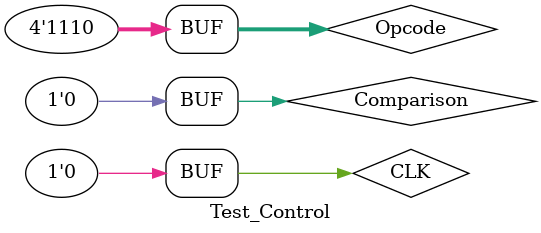
<source format=v>
`timescale 1ns / 1ps


module Test_Control;

	// Inputs
	reg CLK;
	reg [3:0] Opcode;
	reg Comparison;

	// Outputs
	wire [1:0] PCSrc;
	wire PCWrite;
	wire [1:0] MAddr;
	wire MDin;
	wire MRead;
	wire MWrite;
	wire [1:0] RFWA;
	wire [2:0] RFWD;
	wire RFRead;
	wire RDWrite;
	wire SPWrite;
	wire AWrite;
	wire BWrite;
	wire ALUInA;
	wire [1:0] ALUInB;
	wire [3:0] ALUOp;
	wire ALUOutWrite;
	wire Branch;
	wire SPRel;
	wire PshPop;
	wire [3:0] CrtState;

	// Instantiate the Unit Under Test (UUT)
	AluTheGOD uut (
		.CLK(CLK), 
		.Opcode(Opcode), 
		.Comparison(Comparison), 
		.PCSrc(PCSrc), 
		.PCWrite(PCWrite), 
		.MAddr(MAddr), 
		.MDin(MDin), 
		.MRead(MRead), 
		.MWrite(MWrite), 
		.RFWA(RFWA), 
		.RFWD(RFWD), 
		.RFRead(RFRead), 
		.RDWrite(RDWrite), 
		.SPWrite(SPWrite), 
		.AWrite(AWrite), 
		.BWrite(BWrite), 
		.ALUInA(ALUInA), 
		.ALUInB(ALUInB), 
		.ALUOp(ALUOp), 
		.ALUOutWrite(ALUOutWrite), 
		.Branch(Branch), 
		.SPRel(SPRel), 
		.PshPop(PshPop), 
		.CrtState(CrtState)
	);

	initial begin
		// Initialize Inputs
		CLK = 0;
		Opcode = 0;
		Comparison = 0;
		
		// Wait 100 ns for global reset to finish
		#100;
		
		
//FETCH TEST
      CLK = 1;
		#10
		if(PCWrite==1 & PCSrc==1 & MAddr == 1 & MRead == 1) 
			$display("Fetch Works");
		else
			$display("Fetch FAILS!!!!!!!!!!!!!!!!!!!!!!!");
		
		CLK = 0;
		
		
		
//DECODE TEST
		Opcode = 4'h5;
		#10
		CLK = 1;
		#10
		if(RFRead == 1 & AWrite == 1 & BWrite == 1)
			$display("Decode Pass");
		else
			$display("Decode FAILS!!!!!!!!!!!!!!!!!");
		#10
		CLK=0;
		


//R-TYPE 1 TEST
		#10
		CLK = 1;
		#10
		if(ALUInA == 1'b1 & ALUInB == 2'b00 & ALUOutWrite == 1'b1 & ALUOp == 4'h3)
			$display("R-Type 1 Pass");
		else
			$display("R-Type 1 FAILS!!!!!!!!!!!!!!!!!");
		#10
		CLK=0;
		
//R-TYPE 2 TEST		
		#10
		CLK = 1;
		#10
		if(RFWA==0 & RFWD ==2'b11 & RDWrite ==1 )
			$display("R-TYPE 2 Pass");
		else
			$display("R-RYPE 2 FAILS!!!!!!!!!!!!!!!!!");
		#10
		CLK=0;
		
//RETURN TO FETCH TEST

		#10
		CLK = 1;
		#10
		if(PCWrite ==1 & PCSrc == 1 & MAddr == 1 & MRead==1)
			$display("RETURN TO FETCH Pass");
		else
			$display("RETURN TO FETCH FAILS!!!!!!!!!!!!!!!!!");
		#10
		
//DECODE PHASE
		CLK=0;
		Opcode = 4'h1;
		#10
		CLK=1;
		#10
		CLK=0;
		#10
		
//SW TEST
		CLK = 1;
		#10
		if(MDin == 1 & MAddr == 2'b11 & MWrite == 1)
			$display("SW Pass");
		else
			$display("SW FAILS!!!!!!!!!!!!!!!!!");
		#10
		CLK=0;
		
//Through fetch and decode
		#10
		CLK=1;		//Fetch
		Opcode = 4'h0;	//New Opcode
		#10
		CLK=0;
		#10
		CLK=1;		//Decode
		#10
		CLK=0;
		#10
		
//LW 1 TEST
		CLK = 1;
		#10
		if(MAddr == 2'b00 & MRead == 1)
			$display("LW 1 Pass");
		else
			$display("LW 1 FAILS!!!!!!!!!!!!!!!!!");
		#10
		CLK=0;
		#10
		
//LW 2 TEST
		CLK = 1;
		#10
		if(RFWD==0 & RDWrite ==1 & RFWA==0)
			$display("LW 2 Pass");
		else
			$display("LW 2 FAILS!!!!!!!!!!!!!!!!!");
		#10
		CLK=0;
		
//Through fetch and decode
		#10
		CLK=1;		//Fetch
		Opcode = 4'h3;	//New Opcode
		#10
		CLK=0;
		#10
		CLK=1;		//Decode
		#10
		CLK=0;
		#10	
		
//J TEST
		CLK = 1;
		#10
		if(PCSrc == 2'b00)
			$display("J Pass");
		else
			$display("J FAILS!!!!!!!!!!!!!!!!!");
		#10
		CLK=0;

//Through fetch and decode
		#10
		CLK=1;		//Fetch
		Opcode = 4'h7;	//New Opcode
		#10
		CLK=0;
		#10
		CLK=1;		//Decode
		#10
		CLK=0;
		#10

//LI TEST
		CLK = 1;
		#10
		if(RFWA == 2'b10 & RFWD ==3'b100 & RDWrite == 1)
			$display("LI Pass");
		else
			$display("LI FAILS!!!!!!!!!!!!!!!!!");
		#10
		CLK=0;

//Through fetch and decode
		#10
		CLK=1;		//Fetch
		Opcode = 4'hF;	//New Opcode
		#10
		CLK=0;
		#10
		CLK=1;		//Decode
		#10
		CLK=0;
		#10
		
//MOV TEST
		CLK = 1;
		#10
		if(RFWD == 3'b010 & RFWA == 0 & RDWrite == 1)
			$display("MOV Pass");
		else
			$display("MOV FAILS!!!!!!!!!!!!!!!!!");
		#10
		CLK=0;
		
//Through fetch and decode
		#10
		CLK=1;		//Fetch
		Opcode = 4'h4;	//New Opcode
		#10
		CLK=0;
		#10
		CLK=1;		//Decode
		#10
		CLK=0;
		Comparison = 1;
		#10

//BEQ 1 TEST
		CLK = 1;
		#10
		if(ALUOp == 4'h5 & ALUInA == 1 & ALUInB ==0)
			$display("BEQ 1 Pass");
		else
			$display("BEQ 1 FAILS!!!!!!!!!!!!!!!!!");
		#10
		
		CLK=0;				
		#10
		
//BEQ 2 TEST
		CLK = 1;
		#10
		Comparison =0;
		if(PCWrite ==0 & PCSrc == 2'b10 & Branch ==1)
			$display("BEQ 2 Pass");
		else
			$display("BEQ 2 FAILS!!!!!!!!!!!!!!!!!");
		#10
		CLK=0;
		
//Through fetch and decode
		#10
		CLK=1;		//Fetch
		Opcode = 4'hC;	//New Opcode
		#10
		CLK=0;
		#10
		CLK=1;		//Decode
		#10
		CLK=0;
		#10

//JAL TEST
		CLK = 1;
		#10
		if(RFWD == 3'b001 & RFWA == 2'b01 & RDWrite == 1 & PCSrc == 2'b00 & PCWrite ==1)
			$display("JAL Pass");
		else
			$display("JAL FAILS!!!!!!!!!!!!!!!!!");
		#10
		
		CLK=0;	
//Through fetch and decode
		#10
		CLK=1;		//Fetch
		Opcode = 4'hD;	//New Opcode
		#10
		CLK=0;
		#10
		CLK=1;		//Decode
		#10
		CLK=0;
		#10

//PUSH TEST
		CLK = 1;
		#10
		if(PshPop==0 & MAddr == 2'b01 & SPWrite == 1 & MDin == 1 & MWrite ==1)
			$display("PUSH Pass");
		else
			$display("PUSH FAILS!!!!!!!!!!!!!!!!!");
		#10
		
		CLK=0;	

//Through fetch and decode
		#10
		CLK=1;		//Fetch
		Opcode = 4'hE;	//New Opcode
		#10
		CLK=0;
		#10
		CLK=1;		//Decode
		#10
		CLK=0;
		#10

//POP1 TEST
		CLK = 1;
		#10
		if(PshPop==1 & MAddr == 2'b01 & SPWrite == 1 & MRead ==1)
			$display("POP1 Pass");
		else
			$display("POP1 FAILS!!!!!!!!!!!!!!!!!");
		#10
		CLK=0;
		#10
		
//POP2 TEST
		CLK = 1;
		#10
		if(RFWD ==0 & RFWA==0 & RDWrite == 1)
			$display("POP2 Pass");
		else
			$display("POP2 FAILS!!!!!!!!!!!!!!!!!");
		#10
		CLK=0;


$display("Testing Complete");


		
	end
      
endmodule


</source>
